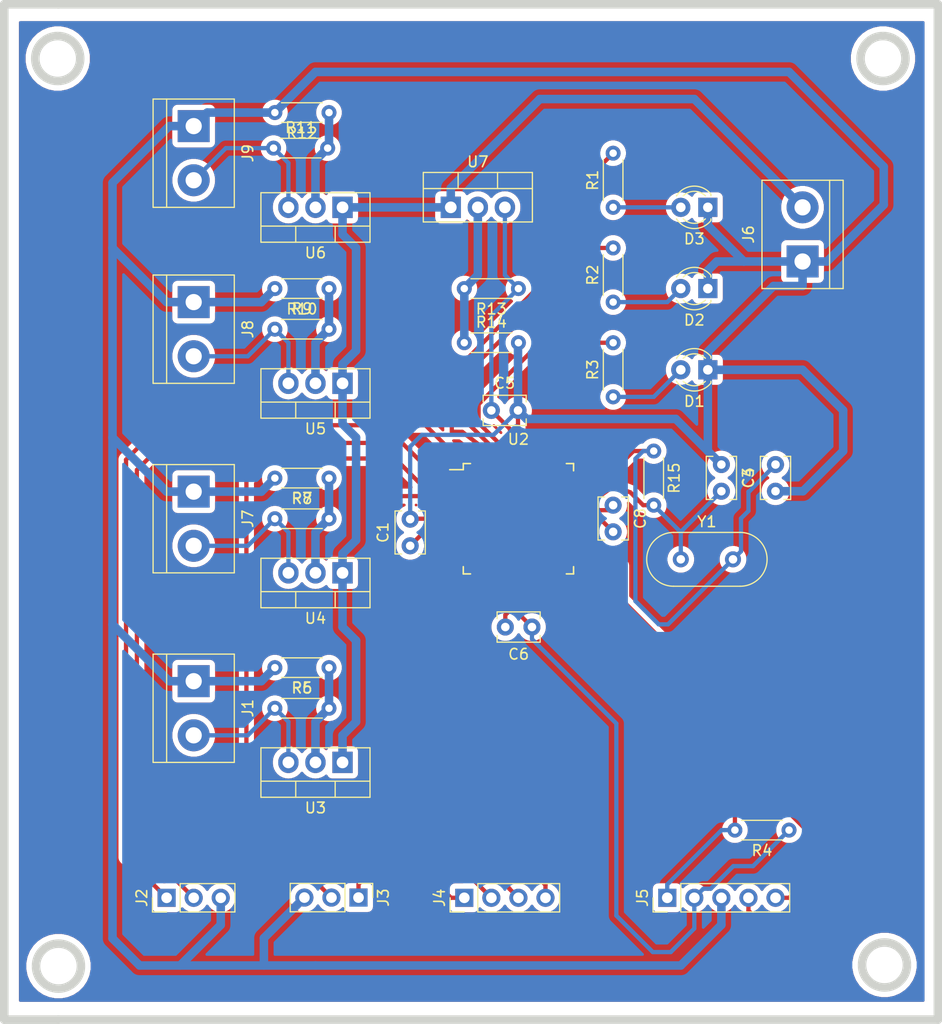
<source format=kicad_pcb>
(kicad_pcb (version 20171130) (host pcbnew "(5.1.5)-3")
  (layers (0 F.Cu signal) (31 B.Cu signal) (34 B.Paste user) (35 F.Paste user) (36 B.SilkS user) (37 F.SilkS user) (38 B.Mask user) (39 F.Mask user) (44 Edge.Cuts user))
  (net 0 "")
  (net 1 "Net-(C3-Pad2)")
  (net 2 GND)
  (net 3 "Net-(C4-Pad2)")
  (net 4 +3V3)
  (net 5 "Net-(D1-Pad2)")
  (net 6 "Net-(D2-Pad2)")
  (net 7 "Net-(D3-Pad2)")
  (net 8 "Net-(J2-Pad2)")
  (net 9 "Net-(J2-Pad1)")
  (net 10 "Net-(J3-Pad1)")
  (net 11 "Net-(J3-Pad2)")
  (net 12 "Net-(J4-Pad1)")
  (net 13 "Net-(J4-Pad2)")
  (net 14 "Net-(J4-Pad3)")
  (net 15 "Net-(J4-Pad4)")
  (net 16 "Net-(J5-Pad1)")
  (net 17 "Net-(J6-Pad2)")
  (net 18 "Net-(R1-Pad2)")
  (net 19 "Net-(R2-Pad2)")
  (net 20 "Net-(R3-Pad2)")
  (net 21 "Net-(R5-Pad2)")
  (net 22 "Net-(R7-Pad2)")
  (net 23 "Net-(R10-Pad1)")
  (net 24 "Net-(R11-Pad2)")
  (net 25 "Net-(R13-Pad2)")
  (net 26 "Net-(U2-Pad1)")
  (net 27 "Net-(U2-Pad8)")
  (net 28 "Net-(U2-Pad10)")
  (net 29 "Net-(U2-Pad12)")
  (net 30 "Net-(U2-Pad14)")
  (net 31 "Net-(U2-Pad19)")
  (net 32 "Net-(U2-Pad20)")
  (net 33 "Net-(U2-Pad21)")
  (net 34 "Net-(U2-Pad22)")
  (net 35 "Net-(U2-Pad25)")
  (net 36 "Net-(U2-Pad26)")
  (net 37 "Net-(U2-Pad27)")
  (net 38 "Net-(U2-Pad32)")
  (net 39 "Net-(U2-Pad33)")
  (net 40 "Net-(U2-Pad34)")
  (net 41 "Net-(U2-Pad35)")
  (net 42 "Net-(U2-Pad36)")
  (net 43 "Net-(U2-Pad37)")
  (net 44 "Net-(U2-Pad38)")
  (net 45 "Net-(U2-Pad44)")
  (net 46 "Net-(C1-Pad1)")
  (net 47 "Net-(J1-Pad2)")
  (net 48 "Net-(J5-Pad4)")
  (net 49 "Net-(J5-Pad5)")
  (net 50 "Net-(J7-Pad2)")
  (net 51 "Net-(J8-Pad2)")
  (net 52 "Net-(J9-Pad2)")
  (module Logo:logoUni (layer F.Cu) (at 116.332 45.466)
    (fp_text reference G*** hide)
    (fp_text value LOGO hide)
  )
  (module Logo:logo2 (layer F.Cu) (at 160.274 48.728)
    (fp_text reference G*** hide)
    (fp_text value LOGO hide)
  )
  (module Capacitor_THT:C_Disc_D3.8mm_W2.6mm_P2.50mm (layer F.Cu) (at 164.846 86.828 90)
    (fp_text reference C3 (at 1.25 -2.55 90) (layer F.SilkS))
    (fp_text value 22pF)
    (pad 1 thru_hole circle (at 0 0 90) (size 1.6 1.6) (drill 0.8) (layers *.Cu *.Mask) (net 2 GND))
    (pad 2 thru_hole circle (at 2.5 0 90) (size 1.6 1.6) (drill 0.8) (layers *.Cu *.Mask) (net 1 "Net-(C3-Pad2)"))
  )
  (module Capacitor_THT:C_Disc_D3.8mm_W2.6mm_P2.50mm (layer F.Cu) (at 159.766 84.328 270)
    (fp_text reference C4 (at 1.25 -2.55 90) (layer F.SilkS))
    (fp_text value 22pF)
    (pad 2 thru_hole circle (at 2.5 0 270) (size 1.6 1.6) (drill 0.8) (layers *.Cu *.Mask) (net 3 "Net-(C4-Pad2)"))
    (pad 1 thru_hole circle (at 0 0 270) (size 1.6 1.6) (drill 0.8) (layers *.Cu *.Mask) (net 2 GND))
  )
  (module Capacitor_THT:C_Disc_D3.8mm_W2.6mm_P2.50mm (layer F.Cu) (at 138.176 79.248)
    (fp_text reference C5 (at 1.25 -2.55) (layer F.SilkS))
    (fp_text value 0.1µF)
    (pad 1 thru_hole circle (at 0 0) (size 1.6 1.6) (drill 0.8) (layers *.Cu *.Mask) (net 4 +3V3))
    (pad 2 thru_hole circle (at 2.5 0) (size 1.6 1.6) (drill 0.8) (layers *.Cu *.Mask) (net 2 GND))
  )
  (module Capacitor_THT:C_Disc_D3.8mm_W2.6mm_P2.50mm (layer F.Cu) (at 141.986 99.568 180)
    (fp_text reference C6 (at 1.25 -2.55) (layer F.SilkS))
    (fp_text value 0.1µF)
    (pad 1 thru_hole circle (at 0 0 180) (size 1.6 1.6) (drill 0.8) (layers *.Cu *.Mask) (net 4 +3V3))
    (pad 2 thru_hole circle (at 2.5 0 180) (size 1.6 1.6) (drill 0.8) (layers *.Cu *.Mask) (net 2 GND))
  )
  (module Capacitor_THT:C_Disc_D3.8mm_W2.6mm_P2.50mm (layer F.Cu) (at 149.606 88.138 270)
    (fp_text reference C8 (at 1.25 -2.55 90) (layer F.SilkS))
    (fp_text value 0.1µF)
    (pad 2 thru_hole circle (at 2.5 0 270) (size 1.6 1.6) (drill 0.8) (layers *.Cu *.Mask) (net 4 +3V3))
    (pad 1 thru_hole circle (at 0 0 270) (size 1.6 1.6) (drill 0.8) (layers *.Cu *.Mask) (net 2 GND))
  )
  (module LED_THT:LED_D3.0mm (layer F.Cu) (at 158.496 75.438 180)
    (fp_text reference D1 (at 1.27 -2.96) (layer F.SilkS))
    (fp_text value LED)
    (pad 1 thru_hole rect (at 0 0 180) (size 1.8 1.8) (drill 0.9) (layers *.Cu *.Mask) (net 2 GND))
    (pad 2 thru_hole circle (at 2.54 0 180) (size 1.8 1.8) (drill 0.9) (layers *.Cu *.Mask) (net 5 "Net-(D1-Pad2)"))
  )
  (module LED_THT:LED_D3.0mm (layer F.Cu) (at 158.496 67.818 180)
    (fp_text reference D2 (at 1.27 -2.96) (layer F.SilkS))
    (fp_text value LED)
    (pad 2 thru_hole circle (at 2.54 0 180) (size 1.8 1.8) (drill 0.9) (layers *.Cu *.Mask) (net 6 "Net-(D2-Pad2)"))
    (pad 1 thru_hole rect (at 0 0 180) (size 1.8 1.8) (drill 0.9) (layers *.Cu *.Mask) (net 2 GND))
  )
  (module LED_THT:LED_D3.0mm (layer F.Cu) (at 158.496 60.198 180)
    (fp_text reference D3 (at 1.27 -2.96) (layer F.SilkS))
    (fp_text value LED)
    (pad 1 thru_hole rect (at 0 0 180) (size 1.8 1.8) (drill 0.9) (layers *.Cu *.Mask) (net 2 GND))
    (pad 2 thru_hole circle (at 2.54 0 180) (size 1.8 1.8) (drill 0.9) (layers *.Cu *.Mask) (net 7 "Net-(D3-Pad2)"))
  )
  (module Connector_PinHeader_2.54mm:PinHeader_1x03_P2.54mm_Vertical (layer F.Cu) (at 107.696 124.968 90)
    (fp_text reference J2 (at 0 -2.33 90) (layer F.SilkS))
    (fp_text value Conn_01x03_UART1)
    (pad 3 thru_hole oval (at 0 5.08 90) (size 1.7 1.7) (drill 1) (layers *.Cu *.Mask) (net 2 GND))
    (pad 2 thru_hole oval (at 0 2.54 90) (size 1.7 1.7) (drill 1) (layers *.Cu *.Mask) (net 8 "Net-(J2-Pad2)"))
    (pad 1 thru_hole rect (at 0 0 90) (size 1.7 1.7) (drill 1) (layers *.Cu *.Mask) (net 9 "Net-(J2-Pad1)"))
  )
  (module Connector_PinHeader_2.54mm:PinHeader_1x03_P2.54mm_Vertical (layer F.Cu) (at 125.706 124.948 270)
    (fp_text reference J3 (at 0 -2.33 90) (layer F.SilkS))
    (fp_text value Conn_01x03_UART2)
    (pad 1 thru_hole rect (at 0 0 270) (size 1.7 1.7) (drill 1) (layers *.Cu *.Mask) (net 10 "Net-(J3-Pad1)"))
    (pad 2 thru_hole oval (at 0 2.54 270) (size 1.7 1.7) (drill 1) (layers *.Cu *.Mask) (net 11 "Net-(J3-Pad2)"))
    (pad 3 thru_hole oval (at 0 5.08 270) (size 1.7 1.7) (drill 1) (layers *.Cu *.Mask) (net 2 GND))
  )
  (module Connector_PinHeader_2.54mm:PinHeader_1x04_P2.54mm_Vertical (layer F.Cu) (at 135.636 124.968 90)
    (fp_text reference J4 (at 0 -2.33 90) (layer F.SilkS))
    (fp_text value Conn_01x04_PWM)
    (pad 1 thru_hole rect (at 0 0 90) (size 1.7 1.7) (drill 1) (layers *.Cu *.Mask) (net 12 "Net-(J4-Pad1)"))
    (pad 2 thru_hole oval (at 0 2.54 90) (size 1.7 1.7) (drill 1) (layers *.Cu *.Mask) (net 13 "Net-(J4-Pad2)"))
    (pad 3 thru_hole oval (at 0 5.08 90) (size 1.7 1.7) (drill 1) (layers *.Cu *.Mask) (net 14 "Net-(J4-Pad3)"))
    (pad 4 thru_hole oval (at 0 7.62 90) (size 1.7 1.7) (drill 1) (layers *.Cu *.Mask) (net 15 "Net-(J4-Pad4)"))
  )
  (module Connector_PinHeader_2.54mm:PinHeader_1x05_P2.54mm_Vertical (layer F.Cu) (at 154.686 124.968 90)
    (fp_text reference J5 (at 0 -2.33 90) (layer F.SilkS))
    (fp_text value Conn_01x05_PROGRAMER)
    (pad 1 thru_hole rect (at 0 0 90) (size 1.7 1.7) (drill 1) (layers *.Cu *.Mask) (net 16 "Net-(J5-Pad1)"))
    (pad 2 thru_hole oval (at 0 2.54 90) (size 1.7 1.7) (drill 1) (layers *.Cu *.Mask) (net 4 +3V3))
    (pad 3 thru_hole oval (at 0 5.08 90) (size 1.7 1.7) (drill 1) (layers *.Cu *.Mask) (net 2 GND))
    (pad 4 thru_hole oval (at 0 7.62 90) (size 1.7 1.7) (drill 1) (layers *.Cu *.Mask) (net 48 "Net-(J5-Pad4)"))
    (pad 5 thru_hole oval (at 0 10.16 90) (size 1.7 1.7) (drill 1) (layers *.Cu *.Mask) (net 49 "Net-(J5-Pad5)"))
  )
  (module TerminalBlock:TerminalBlock_bornier-2_P5.08mm (layer F.Cu) (at 167.386 65.278 90)
    (fp_text reference J6 (at 2.54 -5.08 90) (layer F.SilkS))
    (fp_text value Conn_01x02_POWER)
    (pad 1 thru_hole rect (at 0 0 90) (size 3 3) (drill 1.52) (layers *.Cu *.Mask) (net 2 GND))
    (pad 2 thru_hole circle (at 5.08 0 90) (size 3 3) (drill 1.52) (layers *.Cu *.Mask) (net 17 "Net-(J6-Pad2)"))
  )
  (module Resistor_THT:R_Axial_DIN0204_L3.6mm_D1.6mm_P5.08mm_Horizontal (layer F.Cu) (at 149.606 60.198 90)
    (fp_text reference R1 (at 2.54 -1.92 90) (layer F.SilkS))
    (fp_text value K2)
    (pad 2 thru_hole oval (at 5.08 0 90) (size 1.4 1.4) (drill 0.7) (layers *.Cu *.Mask) (net 18 "Net-(R1-Pad2)"))
    (pad 1 thru_hole circle (at 0 0 90) (size 1.4 1.4) (drill 0.7) (layers *.Cu *.Mask) (net 7 "Net-(D3-Pad2)"))
  )
  (module Resistor_THT:R_Axial_DIN0204_L3.6mm_D1.6mm_P5.08mm_Horizontal (layer F.Cu) (at 149.606 69.088 90)
    (fp_text reference R2 (at 2.54 -1.92 90) (layer F.SilkS))
    (fp_text value K2)
    (pad 1 thru_hole circle (at 0 0 90) (size 1.4 1.4) (drill 0.7) (layers *.Cu *.Mask) (net 6 "Net-(D2-Pad2)"))
    (pad 2 thru_hole oval (at 5.08 0 90) (size 1.4 1.4) (drill 0.7) (layers *.Cu *.Mask) (net 19 "Net-(R2-Pad2)"))
  )
  (module Resistor_THT:R_Axial_DIN0204_L3.6mm_D1.6mm_P5.08mm_Horizontal (layer F.Cu) (at 149.606 77.978 90)
    (fp_text reference R3 (at 2.54 -1.92 90) (layer F.SilkS))
    (fp_text value K2)
    (pad 1 thru_hole circle (at 0 0 90) (size 1.4 1.4) (drill 0.7) (layers *.Cu *.Mask) (net 5 "Net-(D1-Pad2)"))
    (pad 2 thru_hole oval (at 5.08 0 90) (size 1.4 1.4) (drill 0.7) (layers *.Cu *.Mask) (net 20 "Net-(R3-Pad2)"))
  )
  (module Resistor_THT:R_Axial_DIN0204_L3.6mm_D1.6mm_P5.08mm_Horizontal (layer F.Cu) (at 166.116 118.618 180)
    (fp_text reference R4 (at 2.54 -1.92) (layer F.SilkS))
    (fp_text value 5k)
    (pad 2 thru_hole oval (at 5.08 0 180) (size 1.4 1.4) (drill 0.7) (layers *.Cu *.Mask) (net 16 "Net-(J5-Pad1)"))
    (pad 1 thru_hole circle (at 0 0 180) (size 1.4 1.4) (drill 0.7) (layers *.Cu *.Mask) (net 4 +3V3))
  )
  (module Resistor_THT:R_Axial_DIN0204_L3.6mm_D1.6mm_P5.08mm_Horizontal (layer F.Cu) (at 117.856 107.188)
    (fp_text reference R5 (at 2.54 -1.92) (layer F.SilkS))
    (fp_text value 240)
    (pad 1 thru_hole circle (at 0 0) (size 1.4 1.4) (drill 0.7) (layers *.Cu *.Mask) (net 47 "Net-(J1-Pad2)"))
    (pad 2 thru_hole oval (at 5.08 0) (size 1.4 1.4) (drill 0.7) (layers *.Cu *.Mask) (net 21 "Net-(R5-Pad2)"))
  )
  (module Resistor_THT:R_Axial_DIN0204_L3.6mm_D1.6mm_P5.08mm_Horizontal (layer F.Cu) (at 122.936 103.378 180)
    (fp_text reference R6 (at 2.54 -1.92) (layer F.SilkS))
    (fp_text value 910)
    (pad 2 thru_hole oval (at 5.08 0 180) (size 1.4 1.4) (drill 0.7) (layers *.Cu *.Mask) (net 2 GND))
    (pad 1 thru_hole circle (at 0 0 180) (size 1.4 1.4) (drill 0.7) (layers *.Cu *.Mask) (net 21 "Net-(R5-Pad2)"))
  )
  (module Resistor_THT:R_Axial_DIN0204_L3.6mm_D1.6mm_P5.08mm_Horizontal (layer F.Cu) (at 117.856 89.408)
    (fp_text reference R7 (at 2.54 -1.92) (layer F.SilkS))
    (fp_text value 240)
    (pad 1 thru_hole circle (at 0 0) (size 1.4 1.4) (drill 0.7) (layers *.Cu *.Mask) (net 50 "Net-(J7-Pad2)"))
    (pad 2 thru_hole oval (at 5.08 0) (size 1.4 1.4) (drill 0.7) (layers *.Cu *.Mask) (net 22 "Net-(R7-Pad2)"))
  )
  (module Resistor_THT:R_Axial_DIN0204_L3.6mm_D1.6mm_P5.08mm_Horizontal (layer F.Cu) (at 122.936 85.598 180)
    (fp_text reference R8 (at 2.54 -1.92) (layer F.SilkS))
    (fp_text value 910)
    (pad 2 thru_hole oval (at 5.08 0 180) (size 1.4 1.4) (drill 0.7) (layers *.Cu *.Mask) (net 2 GND))
    (pad 1 thru_hole circle (at 0 0 180) (size 1.4 1.4) (drill 0.7) (layers *.Cu *.Mask) (net 22 "Net-(R7-Pad2)"))
  )
  (module Resistor_THT:R_Axial_DIN0204_L3.6mm_D1.6mm_P5.08mm_Horizontal (layer F.Cu) (at 117.856 71.628)
    (fp_text reference R9 (at 2.54 -1.92) (layer F.SilkS))
    (fp_text value 240)
    (pad 1 thru_hole circle (at 0 0) (size 1.4 1.4) (drill 0.7) (layers *.Cu *.Mask) (net 51 "Net-(J8-Pad2)"))
    (pad 2 thru_hole oval (at 5.08 0) (size 1.4 1.4) (drill 0.7) (layers *.Cu *.Mask) (net 23 "Net-(R10-Pad1)"))
  )
  (module Resistor_THT:R_Axial_DIN0204_L3.6mm_D1.6mm_P5.08mm_Horizontal (layer F.Cu) (at 122.936 67.818 180)
    (fp_text reference R10 (at 2.54 -1.92) (layer F.SilkS))
    (fp_text value 910)
    (pad 2 thru_hole oval (at 5.08 0 180) (size 1.4 1.4) (drill 0.7) (layers *.Cu *.Mask) (net 2 GND))
    (pad 1 thru_hole circle (at 0 0 180) (size 1.4 1.4) (drill 0.7) (layers *.Cu *.Mask) (net 23 "Net-(R10-Pad1)"))
  )
  (module Resistor_THT:R_Axial_DIN0204_L3.6mm_D1.6mm_P5.08mm_Horizontal (layer F.Cu) (at 117.731001 54.643001)
    (fp_text reference R11 (at 2.54 -1.92) (layer F.SilkS))
    (fp_text value 240)
    (pad 1 thru_hole circle (at 0 0) (size 1.4 1.4) (drill 0.7) (layers *.Cu *.Mask) (net 52 "Net-(J9-Pad2)"))
    (pad 2 thru_hole oval (at 5.08 0) (size 1.4 1.4) (drill 0.7) (layers *.Cu *.Mask) (net 24 "Net-(R11-Pad2)"))
  )
  (module Resistor_THT:R_Axial_DIN0204_L3.6mm_D1.6mm_P5.08mm_Horizontal (layer F.Cu) (at 122.936 51.308 180)
    (fp_text reference R12 (at 2.54 -1.92) (layer F.SilkS))
    (fp_text value 910)
    (pad 2 thru_hole oval (at 5.08 0 180) (size 1.4 1.4) (drill 0.7) (layers *.Cu *.Mask) (net 2 GND))
    (pad 1 thru_hole circle (at 0 0 180) (size 1.4 1.4) (drill 0.7) (layers *.Cu *.Mask) (net 24 "Net-(R11-Pad2)"))
  )
  (module Resistor_THT:R_Axial_DIN0204_L3.6mm_D1.6mm_P5.08mm_Horizontal (layer F.Cu) (at 140.716 67.818 180)
    (fp_text reference R13 (at 2.54 -1.92) (layer F.SilkS))
    (fp_text value 240)
    (pad 1 thru_hole circle (at 0 0 180) (size 1.4 1.4) (drill 0.7) (layers *.Cu *.Mask) (net 4 +3V3))
    (pad 2 thru_hole oval (at 5.08 0 180) (size 1.4 1.4) (drill 0.7) (layers *.Cu *.Mask) (net 25 "Net-(R13-Pad2)"))
  )
  (module Resistor_THT:R_Axial_DIN0204_L3.6mm_D1.6mm_P5.08mm_Horizontal (layer F.Cu) (at 135.636 72.898)
    (fp_text reference R14 (at 2.54 -1.92) (layer F.SilkS))
    (fp_text value 400)
    (pad 2 thru_hole oval (at 5.08 0) (size 1.4 1.4) (drill 0.7) (layers *.Cu *.Mask) (net 2 GND))
    (pad 1 thru_hole circle (at 0 0) (size 1.4 1.4) (drill 0.7) (layers *.Cu *.Mask) (net 25 "Net-(R13-Pad2)"))
  )
  (module Package_QFP:TQFP-44_10x10mm_P0.8mm (layer F.Cu) (at 140.716 89.408)
    (fp_text reference U2 (at 0 -7.45) (layer F.SilkS))
    (fp_text value DSPIC33EP128GM604)
    (pad 1 smd rect (at -5.7 -4) (size 1.5 0.55) (layers F.Cu F.Paste F.Mask) (net 26 "Net-(U2-Pad1)"))
    (pad 2 smd rect (at -5.7 -3.2) (size 1.5 0.55) (layers F.Cu F.Paste F.Mask) (net 8 "Net-(J2-Pad2)"))
    (pad 3 smd rect (at -5.7 -2.4) (size 1.5 0.55) (layers F.Cu F.Paste F.Mask) (net 9 "Net-(J2-Pad1)"))
    (pad 4 smd rect (at -5.7 -1.6) (size 1.5 0.55) (layers F.Cu F.Paste F.Mask) (net 11 "Net-(J3-Pad2)"))
    (pad 5 smd rect (at -5.7 -0.8) (size 1.5 0.55) (layers F.Cu F.Paste F.Mask) (net 10 "Net-(J3-Pad1)"))
    (pad 6 smd rect (at -5.7 0) (size 1.5 0.55) (layers F.Cu F.Paste F.Mask) (net 2 GND))
    (pad 7 smd rect (at -5.7 0.8) (size 1.5 0.55) (layers F.Cu F.Paste F.Mask) (net 46 "Net-(C1-Pad1)"))
    (pad 8 smd rect (at -5.7 1.6) (size 1.5 0.55) (layers F.Cu F.Paste F.Mask) (net 27 "Net-(U2-Pad8)"))
    (pad 9 smd rect (at -5.7 2.4) (size 1.5 0.55) (layers F.Cu F.Paste F.Mask) (net 12 "Net-(J4-Pad1)"))
    (pad 10 smd rect (at -5.7 3.2) (size 1.5 0.55) (layers F.Cu F.Paste F.Mask) (net 28 "Net-(U2-Pad10)"))
    (pad 11 smd rect (at -5.7 4) (size 1.5 0.55) (layers F.Cu F.Paste F.Mask) (net 13 "Net-(J4-Pad2)"))
    (pad 12 smd rect (at -4 5.7 90) (size 1.5 0.55) (layers F.Cu F.Paste F.Mask) (net 29 "Net-(U2-Pad12)"))
    (pad 13 smd rect (at -3.2 5.7 90) (size 1.5 0.55) (layers F.Cu F.Paste F.Mask) (net 14 "Net-(J4-Pad3)"))
    (pad 14 smd rect (at -2.4 5.7 90) (size 1.5 0.55) (layers F.Cu F.Paste F.Mask) (net 30 "Net-(U2-Pad14)"))
    (pad 15 smd rect (at -1.6 5.7 90) (size 1.5 0.55) (layers F.Cu F.Paste F.Mask) (net 15 "Net-(J4-Pad4)"))
    (pad 16 smd rect (at -0.8 5.7 90) (size 1.5 0.55) (layers F.Cu F.Paste F.Mask) (net 2 GND))
    (pad 17 smd rect (at 0 5.7 90) (size 1.5 0.55) (layers F.Cu F.Paste F.Mask) (net 4 +3V3))
    (pad 18 smd rect (at 0.8 5.7 90) (size 1.5 0.55) (layers F.Cu F.Paste F.Mask) (net 16 "Net-(J5-Pad1)"))
    (pad 19 smd rect (at 1.6 5.7 90) (size 1.5 0.55) (layers F.Cu F.Paste F.Mask) (net 31 "Net-(U2-Pad19)"))
    (pad 20 smd rect (at 2.4 5.7 90) (size 1.5 0.55) (layers F.Cu F.Paste F.Mask) (net 32 "Net-(U2-Pad20)"))
    (pad 21 smd rect (at 3.2 5.7 90) (size 1.5 0.55) (layers F.Cu F.Paste F.Mask) (net 33 "Net-(U2-Pad21)"))
    (pad 22 smd rect (at 4 5.7 90) (size 1.5 0.55) (layers F.Cu F.Paste F.Mask) (net 34 "Net-(U2-Pad22)"))
    (pad 23 smd rect (at 5.7 4) (size 1.5 0.55) (layers F.Cu F.Paste F.Mask) (net 49 "Net-(J5-Pad5)"))
    (pad 24 smd rect (at 5.7 3.2) (size 1.5 0.55) (layers F.Cu F.Paste F.Mask) (net 48 "Net-(J5-Pad4)"))
    (pad 25 smd rect (at 5.7 2.4) (size 1.5 0.55) (layers F.Cu F.Paste F.Mask) (net 35 "Net-(U2-Pad25)"))
    (pad 26 smd rect (at 5.7 1.6) (size 1.5 0.55) (layers F.Cu F.Paste F.Mask) (net 36 "Net-(U2-Pad26)"))
    (pad 27 smd rect (at 5.7 0.8) (size 1.5 0.55) (layers F.Cu F.Paste F.Mask) (net 37 "Net-(U2-Pad27)"))
    (pad 28 smd rect (at 5.7 0) (size 1.5 0.55) (layers F.Cu F.Paste F.Mask) (net 4 +3V3))
    (pad 29 smd rect (at 5.7 -0.8) (size 1.5 0.55) (layers F.Cu F.Paste F.Mask) (net 2 GND))
    (pad 30 smd rect (at 5.7 -1.6) (size 1.5 0.55) (layers F.Cu F.Paste F.Mask) (net 3 "Net-(C4-Pad2)"))
    (pad 31 smd rect (at 5.7 -2.4) (size 1.5 0.55) (layers F.Cu F.Paste F.Mask) (net 1 "Net-(C3-Pad2)"))
    (pad 32 smd rect (at 5.7 -3.2) (size 1.5 0.55) (layers F.Cu F.Paste F.Mask) (net 38 "Net-(U2-Pad32)"))
    (pad 33 smd rect (at 5.7 -4) (size 1.5 0.55) (layers F.Cu F.Paste F.Mask) (net 39 "Net-(U2-Pad33)"))
    (pad 34 smd rect (at 4 -5.7 90) (size 1.5 0.55) (layers F.Cu F.Paste F.Mask) (net 40 "Net-(U2-Pad34)"))
    (pad 35 smd rect (at 3.2 -5.7 90) (size 1.5 0.55) (layers F.Cu F.Paste F.Mask) (net 41 "Net-(U2-Pad35)"))
    (pad 36 smd rect (at 2.4 -5.7 90) (size 1.5 0.55) (layers F.Cu F.Paste F.Mask) (net 42 "Net-(U2-Pad36)"))
    (pad 37 smd rect (at 1.6 -5.7 90) (size 1.5 0.55) (layers F.Cu F.Paste F.Mask) (net 43 "Net-(U2-Pad37)"))
    (pad 38 smd rect (at 0.8 -5.7 90) (size 1.5 0.55) (layers F.Cu F.Paste F.Mask) (net 44 "Net-(U2-Pad38)"))
    (pad 39 smd rect (at 0 -5.7 90) (size 1.5 0.55) (layers F.Cu F.Paste F.Mask) (net 2 GND))
    (pad 40 smd rect (at -0.8 -5.7 90) (size 1.5 0.55) (layers F.Cu F.Paste F.Mask) (net 4 +3V3))
    (pad 41 smd rect (at -1.6 -5.7 90) (size 1.5 0.55) (layers F.Cu F.Paste F.Mask) (net 20 "Net-(R3-Pad2)"))
    (pad 42 smd rect (at -2.4 -5.7 90) (size 1.5 0.55) (layers F.Cu F.Paste F.Mask) (net 19 "Net-(R2-Pad2)"))
    (pad 43 smd rect (at -3.2 -5.7 90) (size 1.5 0.55) (layers F.Cu F.Paste F.Mask) (net 18 "Net-(R1-Pad2)"))
    (pad 44 smd rect (at -4 -5.7 90) (size 1.5 0.55) (layers F.Cu F.Paste F.Mask) (net 45 "Net-(U2-Pad44)"))
  )
  (module Package_TO_SOT_THT:TO-220-3_Vertical (layer F.Cu) (at 124.206 112.268 180)
    (fp_text reference U3 (at 2.54 -4.27) (layer F.SilkS))
    (fp_text value LM317T/SERVO)
    (pad 3 thru_hole oval (at 5.08 0 180) (size 1.905 2) (drill 1.1) (layers *.Cu *.Mask) (net 47 "Net-(J1-Pad2)"))
    (pad 2 thru_hole oval (at 2.54 0 180) (size 1.905 2) (drill 1.1) (layers *.Cu *.Mask) (net 21 "Net-(R5-Pad2)"))
    (pad 1 thru_hole rect (at 0 0 180) (size 1.905 2) (drill 1.1) (layers *.Cu *.Mask) (net 17 "Net-(J6-Pad2)"))
  )
  (module Package_TO_SOT_THT:TO-220-3_Vertical (layer F.Cu) (at 124.206 94.488 180)
    (fp_text reference U4 (at 2.54 -4.27) (layer F.SilkS))
    (fp_text value LM317T/SERVO)
    (pad 1 thru_hole rect (at 0 0 180) (size 1.905 2) (drill 1.1) (layers *.Cu *.Mask) (net 17 "Net-(J6-Pad2)"))
    (pad 2 thru_hole oval (at 2.54 0 180) (size 1.905 2) (drill 1.1) (layers *.Cu *.Mask) (net 22 "Net-(R7-Pad2)"))
    (pad 3 thru_hole oval (at 5.08 0 180) (size 1.905 2) (drill 1.1) (layers *.Cu *.Mask) (net 50 "Net-(J7-Pad2)"))
  )
  (module Package_TO_SOT_THT:TO-220-3_Vertical (layer F.Cu) (at 124.206 76.708 180)
    (fp_text reference U5 (at 2.54 -4.27) (layer F.SilkS))
    (fp_text value LM317T/SERVO)
    (pad 3 thru_hole oval (at 5.08 0 180) (size 1.905 2) (drill 1.1) (layers *.Cu *.Mask) (net 51 "Net-(J8-Pad2)"))
    (pad 2 thru_hole oval (at 2.54 0 180) (size 1.905 2) (drill 1.1) (layers *.Cu *.Mask) (net 23 "Net-(R10-Pad1)"))
    (pad 1 thru_hole rect (at 0 0 180) (size 1.905 2) (drill 1.1) (layers *.Cu *.Mask) (net 17 "Net-(J6-Pad2)"))
  )
  (module Package_TO_SOT_THT:TO-220-3_Vertical (layer F.Cu) (at 124.206 60.198 180)
    (fp_text reference U6 (at 2.54 -4.27) (layer F.SilkS))
    (fp_text value LM317T/SERVO)
    (pad 1 thru_hole rect (at 0 0 180) (size 1.905 2) (drill 1.1) (layers *.Cu *.Mask) (net 17 "Net-(J6-Pad2)"))
    (pad 2 thru_hole oval (at 2.54 0 180) (size 1.905 2) (drill 1.1) (layers *.Cu *.Mask) (net 24 "Net-(R11-Pad2)"))
    (pad 3 thru_hole oval (at 5.08 0 180) (size 1.905 2) (drill 1.1) (layers *.Cu *.Mask) (net 52 "Net-(J9-Pad2)"))
  )
  (module Package_TO_SOT_THT:TO-220-3_Vertical (layer F.Cu) (at 134.366 60.198)
    (fp_text reference U7 (at 2.54 -4.27) (layer F.SilkS))
    (fp_text value LM317T/DSPIC)
    (pad 1 thru_hole rect (at 0 0) (size 1.905 2) (drill 1.1) (layers *.Cu *.Mask) (net 17 "Net-(J6-Pad2)"))
    (pad 2 thru_hole oval (at 2.54 0) (size 1.905 2) (drill 1.1) (layers *.Cu *.Mask) (net 25 "Net-(R13-Pad2)"))
    (pad 3 thru_hole oval (at 5.08 0) (size 1.905 2) (drill 1.1) (layers *.Cu *.Mask) (net 4 +3V3))
  )
  (module Crystal:Crystal_HC18-U_Vertical (layer F.Cu) (at 155.956 93.218)
    (fp_text reference Y1 (at 2.45 -3.525) (layer F.SilkS))
    (fp_text value 7.3728Mhz)
    (pad 1 thru_hole circle (at 0 0) (size 1.5 1.5) (drill 0.8) (layers *.Cu *.Mask) (net 3 "Net-(C4-Pad2)"))
    (pad 2 thru_hole circle (at 4.9 0) (size 1.5 1.5) (drill 0.8) (layers *.Cu *.Mask) (net 1 "Net-(C3-Pad2)"))
  )
  (module Capacitor_THT:C_Disc_D3.8mm_W2.6mm_P2.50mm (layer F.Cu) (at 130.556 91.948 90)
    (fp_text reference C1 (at 1.25 -2.55 90) (layer F.SilkS))
    (fp_text value "Tantalo 10uF")
    (pad 1 thru_hole circle (at 0 0 90) (size 1.6 1.6) (drill 0.8) (layers *.Cu *.Mask) (net 46 "Net-(C1-Pad1)"))
    (pad 2 thru_hole circle (at 2.5 0 90) (size 1.6 1.6) (drill 0.8) (layers *.Cu *.Mask) (net 2 GND))
  )
  (module TerminalBlock:TerminalBlock_bornier-2_P5.08mm (layer F.Cu) (at 110.236 104.648 270)
    (fp_text reference J1 (at 2.54 -5.08 90) (layer F.SilkS))
    (fp_text value Conn_01x02_Servo1)
    (pad 1 thru_hole rect (at 0 0 270) (size 3 3) (drill 1.52) (layers *.Cu *.Mask) (net 2 GND))
    (pad 2 thru_hole circle (at 5.08 0 270) (size 3 3) (drill 1.52) (layers *.Cu *.Mask) (net 47 "Net-(J1-Pad2)"))
  )
  (module TerminalBlock:TerminalBlock_bornier-2_P5.08mm (layer F.Cu) (at 110.236 86.868 270)
    (fp_text reference J7 (at 2.54 -5.08 90) (layer F.SilkS))
    (fp_text value Conn_01x02_Servo2)
    (pad 2 thru_hole circle (at 5.08 0 270) (size 3 3) (drill 1.52) (layers *.Cu *.Mask) (net 50 "Net-(J7-Pad2)"))
    (pad 1 thru_hole rect (at 0 0 270) (size 3 3) (drill 1.52) (layers *.Cu *.Mask) (net 2 GND))
  )
  (module TerminalBlock:TerminalBlock_bornier-2_P5.08mm (layer F.Cu) (at 110.236 69.088 270)
    (fp_text reference J8 (at 2.54 -5.08 90) (layer F.SilkS))
    (fp_text value Conn_01x02_Servo3)
    (pad 1 thru_hole rect (at 0 0 270) (size 3 3) (drill 1.52) (layers *.Cu *.Mask) (net 2 GND))
    (pad 2 thru_hole circle (at 5.08 0 270) (size 3 3) (drill 1.52) (layers *.Cu *.Mask) (net 51 "Net-(J8-Pad2)"))
  )
  (module TerminalBlock:TerminalBlock_bornier-2_P5.08mm (layer F.Cu) (at 110.236 52.578 270)
    (fp_text reference J9 (at 2.54 -5.08 90) (layer F.SilkS))
    (fp_text value Conn_01x02_Servo4)
    (pad 2 thru_hole circle (at 5.08 0 270) (size 3 3) (drill 1.52) (layers *.Cu *.Mask) (net 52 "Net-(J9-Pad2)"))
    (pad 1 thru_hole rect (at 0 0 270) (size 3 3) (drill 1.52) (layers *.Cu *.Mask) (net 2 GND))
  )
  (module Resistor_THT:R_Axial_DIN0204_L3.6mm_D1.6mm_P5.08mm_Horizontal (layer F.Cu) (at 153.416 83.058 270)
    (fp_text reference R15 (at 2.54 -1.92 90) (layer F.SilkS))
    (fp_text value 1M)
    (pad 2 thru_hole oval (at 5.08 0 270) (size 1.4 1.4) (drill 0.7) (layers *.Cu *.Mask) (net 3 "Net-(C4-Pad2)"))
    (pad 1 thru_hole circle (at 0 0 270) (size 1.4 1.4) (drill 0.7) (layers *.Cu *.Mask) (net 1 "Net-(C3-Pad2)"))
  )
  (gr_circle (center 97.545502 131.378) (end 99.655004 131.378) (layer Edge.Cuts) (width 0.8))
  (gr_circle (center 97.476 46.237502) (end 99.585502 46.237502) (layer Edge.Cuts) (width 0.8))
  (gr_circle (center 175.076 131.268) (end 177.185502 131.268) (layer Edge.Cuts) (width 0.8))
  (gr_circle (center 174.936 46.237502) (end 177.045502 46.237502) (layer Edge.Cuts) (width 0.8))
  (gr_line (start 92.456 41.148) (end 97.536 41.148) (layer Edge.Cuts) (width 0.8))
  (gr_line (start 92.456 136.398) (end 92.456 41.148) (layer Edge.Cuts) (width 0.8))
  (gr_line (start 97.536 136.398) (end 92.456 136.398) (layer Edge.Cuts) (width 0.8))
  (gr_line (start 180.086 41.148) (end 97.536 41.148) (layer Edge.Cuts) (width 0.8))
  (gr_line (start 180.086 136.398) (end 180.086 41.148) (layer Edge.Cuts) (width 0.8))
  (gr_line (start 97.536 136.398) (end 180.086 136.398) (layer Edge.Cuts) (width 0.8))
  (segment (start 152.426051 83.058) (end 153.416 83.058) (width 0.4) (layer F.Cu) (net 1))
  (segment (start 151.516 83.058) (end 152.426051 83.058) (width 0.4) (layer F.Cu) (net 1))
  (segment (start 147.566 87.008) (end 151.516 83.058) (width 0.4) (layer F.Cu) (net 1))
  (segment (start 146.416 87.008) (end 147.566 87.008) (width 0.4) (layer F.Cu) (net 1))
  (segment (start 161.605999 92.468001) (end 161.605999 89.378001) (width 0.4) (layer B.Cu) (net 1))
  (segment (start 160.856 93.218) (end 161.605999 92.468001) (width 0.4) (layer B.Cu) (net 1))
  (segment (start 161.605999 89.378001) (end 162.306 88.678) (width 0.4) (layer B.Cu) (net 1))
  (segment (start 162.306 88.678) (end 162.306 86.868) (width 0.4) (layer B.Cu) (net 1))
  (segment (start 162.436 86.798) (end 164.846 84.328) (width 0.4) (layer B.Cu) (net 1))
  (segment (start 162.306 86.868) (end 162.436 86.798) (width 0.4) (layer B.Cu) (net 1))
  (segment (start 152.426051 83.058) (end 151.696 83.788051) (width 0.4) (layer B.Cu) (net 1))
  (segment (start 153.416 83.058) (end 152.426051 83.058) (width 0.4) (layer B.Cu) (net 1))
  (segment (start 151.696 83.788051) (end 151.696 97.128) (width 0.4) (layer B.Cu) (net 1))
  (segment (start 151.696 97.128) (end 153.886 99.318) (width 0.4) (layer B.Cu) (net 1))
  (segment (start 153.886 99.318) (end 154.756 99.318) (width 0.4) (layer B.Cu) (net 1))
  (segment (start 154.756 99.318) (end 160.856 93.218) (width 0.4) (layer B.Cu) (net 1))
  (segment (start 158.496 61.898) (end 158.496 60.198) (width 0.8) (layer B.Cu) (net 2))
  (segment (start 161.876 65.278) (end 158.496 61.898) (width 0.8) (layer B.Cu) (net 2))
  (segment (start 167.386 65.278) (end 161.876 65.278) (width 0.8) (layer B.Cu) (net 2))
  (segment (start 158.496 66.118) (end 158.496 67.818) (width 0.8) (layer B.Cu) (net 2))
  (segment (start 159.336 65.278) (end 158.496 66.118) (width 0.8) (layer B.Cu) (net 2))
  (segment (start 161.876 65.278) (end 159.336 65.278) (width 0.8) (layer B.Cu) (net 2))
  (segment (start 167.386 65.278) (end 167.386 67.578) (width 0.8) (layer B.Cu) (net 2))
  (segment (start 158.496 73.738) (end 158.496 75.438) (width 0.8) (layer B.Cu) (net 2))
  (segment (start 164.656 67.578) (end 158.496 73.738) (width 0.8) (layer B.Cu) (net 2))
  (segment (start 167.386 67.578) (end 164.656 67.578) (width 0.8) (layer B.Cu) (net 2))
  (segment (start 111.506 51.308) (end 110.236 52.578) (width 0.8) (layer B.Cu) (net 2))
  (segment (start 107.936 104.648) (end 110.236 104.648) (width 0.8) (layer B.Cu) (net 2))
  (segment (start 102.616 99.328) (end 107.936 104.648) (width 0.8) (layer B.Cu) (net 2))
  (segment (start 107.936 52.578) (end 102.616 57.898) (width 0.8) (layer B.Cu) (net 2))
  (segment (start 110.236 52.578) (end 107.936 52.578) (width 0.8) (layer B.Cu) (net 2))
  (segment (start 107.696 86.868) (end 110.236 86.868) (width 0.8) (layer B.Cu) (net 2))
  (segment (start 102.616 81.788) (end 107.696 86.868) (width 0.8) (layer B.Cu) (net 2))
  (segment (start 102.616 81.788) (end 102.616 99.328) (width 0.8) (layer B.Cu) (net 2))
  (segment (start 102.616 64.008) (end 107.696 69.088) (width 0.8) (layer B.Cu) (net 2))
  (segment (start 107.696 69.088) (end 110.236 69.088) (width 0.8) (layer B.Cu) (net 2))
  (segment (start 102.616 64.008) (end 102.616 81.788) (width 0.8) (layer B.Cu) (net 2))
  (segment (start 102.616 57.898) (end 102.616 64.008) (width 0.8) (layer B.Cu) (net 2))
  (segment (start 115.316 51.308) (end 114.046 51.308) (width 0.8) (layer B.Cu) (net 2))
  (segment (start 115.316 51.308) (end 111.506 51.308) (width 0.8) (layer B.Cu) (net 2))
  (segment (start 117.856 51.308) (end 115.316 51.308) (width 0.8) (layer B.Cu) (net 2))
  (segment (start 116.586 69.088) (end 117.856 67.818) (width 0.8) (layer B.Cu) (net 2))
  (segment (start 110.236 69.088) (end 116.586 69.088) (width 0.8) (layer B.Cu) (net 2))
  (segment (start 116.586 86.868) (end 117.856 85.598) (width 0.8) (layer B.Cu) (net 2))
  (segment (start 110.236 86.868) (end 116.586 86.868) (width 0.8) (layer B.Cu) (net 2))
  (segment (start 116.586 104.648) (end 117.856 103.378) (width 0.8) (layer B.Cu) (net 2))
  (segment (start 110.236 104.648) (end 116.586 104.648) (width 0.8) (layer B.Cu) (net 2))
  (segment (start 112.776 127.508) (end 112.776 124.968) (width 0.8) (layer B.Cu) (net 2))
  (segment (start 108.966 131.318) (end 112.776 127.508) (width 0.8) (layer B.Cu) (net 2))
  (segment (start 105.156 131.318) (end 108.966 131.318) (width 0.8) (layer B.Cu) (net 2))
  (segment (start 102.616 99.328) (end 102.616 128.778) (width 0.8) (layer B.Cu) (net 2))
  (segment (start 102.616 128.778) (end 105.156 131.318) (width 0.8) (layer B.Cu) (net 2))
  (segment (start 121.666 131.318) (end 155.956 131.318) (width 0.8) (layer B.Cu) (net 2))
  (segment (start 159.766 127.508) (end 159.766 124.968) (width 0.8) (layer B.Cu) (net 2))
  (segment (start 155.956 131.318) (end 159.766 127.508) (width 0.8) (layer B.Cu) (net 2))
  (segment (start 158.496 83.058) (end 159.766 84.328) (width 0.8) (layer B.Cu) (net 2))
  (segment (start 158.496 75.438) (end 158.496 83.058) (width 0.8) (layer B.Cu) (net 2))
  (segment (start 167.426 86.828) (end 164.846 86.828) (width 0.8) (layer B.Cu) (net 2))
  (segment (start 171.196 83.058) (end 167.426 86.828) (width 0.8) (layer B.Cu) (net 2))
  (segment (start 171.196 79.248) (end 171.196 83.058) (width 0.8) (layer B.Cu) (net 2))
  (segment (start 158.496 75.438) (end 167.386 75.438) (width 0.8) (layer B.Cu) (net 2))
  (segment (start 167.386 75.438) (end 171.196 79.248) (width 0.8) (layer B.Cu) (net 2))
  (segment (start 140.676 72.938) (end 140.716 72.898) (width 0.8) (layer B.Cu) (net 2))
  (segment (start 140.676 79.248) (end 140.676 72.938) (width 0.8) (layer B.Cu) (net 2))
  (segment (start 155.485999 80.047999) (end 158.496 83.058) (width 0.8) (layer B.Cu) (net 2))
  (segment (start 141.475999 80.047999) (end 155.485999 80.047999) (width 0.8) (layer B.Cu) (net 2))
  (segment (start 140.676 79.248) (end 141.475999 80.047999) (width 0.8) (layer B.Cu) (net 2))
  (segment (start 140.676 83.668) (end 140.716 83.708) (width 0.4) (layer F.Cu) (net 2))
  (segment (start 140.676 79.248) (end 140.676 83.668) (width 0.4) (layer F.Cu) (net 2))
  (segment (start 149.136 88.608) (end 146.416 88.608) (width 0.4) (layer F.Cu) (net 2))
  (segment (start 149.606 88.138) (end 149.136 88.608) (width 0.4) (layer F.Cu) (net 2))
  (segment (start 130.596 89.408) (end 130.556 89.448) (width 0.4) (layer F.Cu) (net 2))
  (segment (start 135.016 89.408) (end 130.596 89.408) (width 0.4) (layer F.Cu) (net 2))
  (segment (start 145.266 88.608) (end 146.416 88.608) (width 0.4) (layer F.Cu) (net 2))
  (segment (start 140.716 84.653002) (end 144.670998 88.608) (width 0.4) (layer F.Cu) (net 2))
  (segment (start 144.670998 88.608) (end 145.266 88.608) (width 0.4) (layer F.Cu) (net 2))
  (segment (start 140.716 83.708) (end 140.716 84.653002) (width 0.4) (layer F.Cu) (net 2))
  (segment (start 139.916 93.958) (end 139.916 95.108) (width 0.4) (layer F.Cu) (net 2))
  (segment (start 139.916 93.158) (end 139.916 93.958) (width 0.4) (layer F.Cu) (net 2))
  (segment (start 136.166 89.408) (end 139.916 93.158) (width 0.4) (layer F.Cu) (net 2))
  (segment (start 135.016 89.408) (end 136.166 89.408) (width 0.4) (layer F.Cu) (net 2))
  (segment (start 130.556 89.448) (end 130.556 82.638) (width 0.4) (layer B.Cu) (net 2))
  (segment (start 130.556 82.638) (end 131.656 81.538) (width 0.4) (layer B.Cu) (net 2))
  (segment (start 138.386 81.538) (end 140.676 79.248) (width 0.4) (layer B.Cu) (net 2))
  (segment (start 131.656 81.538) (end 138.386 81.538) (width 0.4) (layer B.Cu) (net 2))
  (segment (start 139.916 96.258) (end 139.916 95.108) (width 0.4) (layer F.Cu) (net 2))
  (segment (start 139.916 98.00663) (end 139.916 96.258) (width 0.4) (layer F.Cu) (net 2))
  (segment (start 139.486 98.43663) (end 139.916 98.00663) (width 0.4) (layer F.Cu) (net 2))
  (segment (start 139.486 99.568) (end 139.486 98.43663) (width 0.4) (layer F.Cu) (net 2))
  (segment (start 116.826 131.318) (end 116.826 128.748) (width 0.8) (layer B.Cu) (net 2))
  (segment (start 116.826 131.318) (end 121.666 131.318) (width 0.8) (layer B.Cu) (net 2))
  (segment (start 116.826 128.748) (end 120.626 124.948) (width 0.8) (layer B.Cu) (net 2))
  (segment (start 108.966 131.318) (end 116.826 131.318) (width 0.8) (layer B.Cu) (net 2))
  (segment (start 121.666 47.498) (end 117.856 51.308) (width 0.8) (layer B.Cu) (net 2))
  (segment (start 169.686 65.278) (end 175.006 59.958) (width 0.8) (layer B.Cu) (net 2))
  (segment (start 167.386 65.278) (end 169.686 65.278) (width 0.8) (layer B.Cu) (net 2))
  (segment (start 175.006 59.958) (end 175.006 56.388) (width 0.8) (layer B.Cu) (net 2))
  (segment (start 175.006 56.388) (end 166.116 47.498) (width 0.8) (layer B.Cu) (net 2))
  (segment (start 166.116 47.498) (end 121.666 47.498) (width 0.8) (layer B.Cu) (net 2))
  (segment (start 155.956 90.678) (end 155.956 93.218) (width 0.4) (layer B.Cu) (net 3))
  (segment (start 153.416 88.138) (end 155.956 90.678) (width 0.4) (layer B.Cu) (net 3))
  (segment (start 155.956 90.638) (end 155.956 90.678) (width 0.4) (layer B.Cu) (net 3))
  (segment (start 159.766 86.828) (end 155.956 90.638) (width 0.4) (layer B.Cu) (net 3))
  (segment (start 147.566 87.808) (end 146.416 87.808) (width 0.4) (layer F.Cu) (net 3))
  (segment (start 152.426051 88.138) (end 151.22605 86.937999) (width 0.4) (layer F.Cu) (net 3))
  (segment (start 153.416 88.138) (end 152.426051 88.138) (width 0.4) (layer F.Cu) (net 3))
  (segment (start 151.22605 86.937999) (end 149.686 86.338) (width 0.4) (layer F.Cu) (net 3))
  (segment (start 149.686 86.338) (end 147.614542 87.808) (width 0.4) (layer F.Cu) (net 3))
  (segment (start 147.614542 87.808) (end 147.566 87.808) (width 0.4) (layer F.Cu) (net 3))
  (segment (start 139.446 66.548) (end 140.716 67.818) (width 0.4) (layer B.Cu) (net 4))
  (segment (start 139.446 60.198) (end 139.446 66.548) (width 0.4) (layer B.Cu) (net 4))
  (segment (start 138.176 70.358) (end 138.176 79.248) (width 0.4) (layer B.Cu) (net 4))
  (segment (start 140.716 67.818) (end 138.176 70.358) (width 0.4) (layer B.Cu) (net 4))
  (segment (start 139.916 80.988) (end 139.916 83.708) (width 0.4) (layer F.Cu) (net 4))
  (segment (start 138.176 79.248) (end 139.916 80.988) (width 0.4) (layer F.Cu) (net 4))
  (segment (start 148.376 89.408) (end 146.416 89.408) (width 0.4) (layer F.Cu) (net 4))
  (segment (start 149.606 90.638) (end 148.376 89.408) (width 0.4) (layer F.Cu) (net 4))
  (segment (start 144.466 89.408) (end 145.266 89.408) (width 0.4) (layer F.Cu) (net 4))
  (segment (start 145.266 89.408) (end 146.416 89.408) (width 0.4) (layer F.Cu) (net 4))
  (segment (start 139.916 84.858) (end 144.466 89.408) (width 0.4) (layer F.Cu) (net 4))
  (segment (start 139.916 83.708) (end 139.916 84.858) (width 0.4) (layer F.Cu) (net 4))
  (segment (start 144.466 90.208) (end 144.466 89.408) (width 0.4) (layer F.Cu) (net 4))
  (segment (start 140.716 93.958) (end 144.466 90.208) (width 0.4) (layer F.Cu) (net 4))
  (segment (start 140.716 95.108) (end 140.716 93.958) (width 0.4) (layer F.Cu) (net 4))
  (segment (start 140.716 98.298) (end 140.716 95.108) (width 0.4) (layer F.Cu) (net 4))
  (segment (start 141.986 99.568) (end 140.716 98.298) (width 0.4) (layer F.Cu) (net 4))
  (segment (start 157.226 127.848) (end 157.226 124.968) (width 0.4) (layer B.Cu) (net 4))
  (segment (start 155.016 130.058) (end 157.226 127.848) (width 0.4) (layer B.Cu) (net 4))
  (segment (start 141.986 100.69937) (end 149.906 108.61937) (width 0.4) (layer B.Cu) (net 4))
  (segment (start 141.986 99.568) (end 141.986 100.69937) (width 0.4) (layer B.Cu) (net 4))
  (segment (start 149.906 126.638) (end 153.326 130.058) (width 0.4) (layer B.Cu) (net 4))
  (segment (start 149.906 108.61937) (end 149.906 126.638) (width 0.4) (layer B.Cu) (net 4))
  (segment (start 153.326 130.058) (end 155.016 130.058) (width 0.4) (layer B.Cu) (net 4))
  (segment (start 157.226 124.968) (end 158.075999 124.118001) (width 0.4) (layer B.Cu) (net 4))
  (segment (start 158.765997 124.118001) (end 160.885998 121.998) (width 0.4) (layer B.Cu) (net 4))
  (segment (start 158.075999 124.118001) (end 158.765997 124.118001) (width 0.4) (layer B.Cu) (net 4))
  (segment (start 162.736 121.998) (end 166.116 118.618) (width 0.4) (layer B.Cu) (net 4))
  (segment (start 160.885998 121.998) (end 162.736 121.998) (width 0.4) (layer B.Cu) (net 4))
  (segment (start 153.416 77.978) (end 155.956 75.438) (width 0.4) (layer B.Cu) (net 5))
  (segment (start 149.606 77.978) (end 153.416 77.978) (width 0.4) (layer B.Cu) (net 5))
  (segment (start 154.686 69.088) (end 155.956 67.818) (width 0.4) (layer B.Cu) (net 6))
  (segment (start 149.606 69.088) (end 154.686 69.088) (width 0.4) (layer B.Cu) (net 6))
  (segment (start 149.606 60.198) (end 155.956 60.198) (width 0.4) (layer B.Cu) (net 7))
  (segment (start 133.706 86.208) (end 135.016 86.208) (width 0.4) (layer F.Cu) (net 8))
  (segment (start 104.902 119.634) (end 104.902 84.832) (width 0.4) (layer F.Cu) (net 8))
  (segment (start 110.236 124.968) (end 104.902 119.634) (width 0.4) (layer F.Cu) (net 8))
  (segment (start 107.436 82.298) (end 129.796 82.298) (width 0.4) (layer F.Cu) (net 8))
  (segment (start 104.902 84.832) (end 107.436 82.298) (width 0.4) (layer F.Cu) (net 8))
  (segment (start 129.796 82.298) (end 133.706 86.208) (width 0.4) (layer F.Cu) (net 8))
  (segment (start 136.166 87.008) (end 135.016 87.008) (width 0.4) (layer F.Cu) (net 9))
  (segment (start 136.656 86.518) (end 136.166 87.008) (width 0.4) (layer F.Cu) (net 9))
  (segment (start 136.656 85.302999) (end 136.656 86.518) (width 0.4) (layer F.Cu) (net 9))
  (segment (start 103.886 121.158) (end 103.886 83.868) (width 0.4) (layer F.Cu) (net 9))
  (segment (start 107.696 124.968) (end 103.886 121.158) (width 0.4) (layer F.Cu) (net 9))
  (segment (start 107.116 80.638) (end 131.991001 80.638) (width 0.4) (layer F.Cu) (net 9))
  (segment (start 103.886 83.868) (end 107.116 80.638) (width 0.4) (layer F.Cu) (net 9))
  (segment (start 131.991001 80.638) (end 136.656 85.302999) (width 0.4) (layer F.Cu) (net 9))
  (segment (start 125.706 123.698) (end 128.016 121.388) (width 0.4) (layer F.Cu) (net 10))
  (segment (start 125.706 124.948) (end 125.706 123.698) (width 0.4) (layer F.Cu) (net 10))
  (segment (start 128.016 121.388) (end 128.016 88.468) (width 0.4) (layer F.Cu) (net 10))
  (segment (start 128.016 88.468) (end 129.196 87.288) (width 0.4) (layer F.Cu) (net 10))
  (segment (start 129.196 87.288) (end 131.456 87.288) (width 0.4) (layer F.Cu) (net 10))
  (segment (start 132.776 88.608) (end 135.016 88.608) (width 0.4) (layer F.Cu) (net 10))
  (segment (start 131.456 87.288) (end 132.776 88.608) (width 0.4) (layer F.Cu) (net 10))
  (segment (start 122.316001 124.098001) (end 122.316001 124.088001) (width 0.4) (layer F.Cu) (net 11))
  (segment (start 123.166 124.948) (end 122.316001 124.098001) (width 0.4) (layer F.Cu) (net 11))
  (segment (start 122.316001 124.088001) (end 115.186 116.958) (width 0.4) (layer F.Cu) (net 11))
  (segment (start 115.186 116.958) (end 115.186 85.738) (width 0.4) (layer F.Cu) (net 11))
  (segment (start 115.186 85.738) (end 117.166 83.758) (width 0.4) (layer F.Cu) (net 11))
  (segment (start 133.187458 87.808) (end 133.866 87.808) (width 0.4) (layer F.Cu) (net 11))
  (segment (start 129.137458 83.758) (end 133.187458 87.808) (width 0.4) (layer F.Cu) (net 11))
  (segment (start 133.866 87.808) (end 135.016 87.808) (width 0.4) (layer F.Cu) (net 11))
  (segment (start 117.166 83.758) (end 129.137458 83.758) (width 0.4) (layer F.Cu) (net 11))
  (segment (start 134.386 124.968) (end 130.086 120.668) (width 0.4) (layer F.Cu) (net 12))
  (segment (start 135.636 124.968) (end 134.386 124.968) (width 0.4) (layer F.Cu) (net 12))
  (segment (start 130.086 96.058) (end 132.756 93.388) (width 0.4) (layer F.Cu) (net 12))
  (segment (start 130.086 120.668) (end 130.086 96.058) (width 0.4) (layer F.Cu) (net 12))
  (segment (start 132.756 92.918) (end 133.866 91.808) (width 0.4) (layer F.Cu) (net 12))
  (segment (start 133.866 91.808) (end 135.016 91.808) (width 0.4) (layer F.Cu) (net 12))
  (segment (start 132.756 93.388) (end 132.756 92.918) (width 0.4) (layer F.Cu) (net 12))
  (segment (start 134.996 93.408) (end 135.016 93.408) (width 0.4) (layer F.Cu) (net 13))
  (segment (start 132.126 96.278) (end 134.996 93.408) (width 0.4) (layer F.Cu) (net 13))
  (segment (start 138.176 124.968) (end 132.126 118.918) (width 0.4) (layer F.Cu) (net 13))
  (segment (start 132.126 118.918) (end 132.126 96.278) (width 0.4) (layer F.Cu) (net 13))
  (segment (start 139.866001 124.118001) (end 139.866001 124.088001) (width 0.4) (layer F.Cu) (net 14))
  (segment (start 140.716 124.968) (end 139.866001 124.118001) (width 0.4) (layer F.Cu) (net 14))
  (segment (start 139.866001 124.088001) (end 134.296 118.518) (width 0.4) (layer F.Cu) (net 14))
  (segment (start 134.296 118.518) (end 134.296 100.038) (width 0.4) (layer F.Cu) (net 14))
  (segment (start 137.516 96.258) (end 137.516 95.108) (width 0.4) (layer F.Cu) (net 14))
  (segment (start 137.516 96.818) (end 137.516 96.258) (width 0.4) (layer F.Cu) (net 14))
  (segment (start 134.296 100.038) (end 137.516 96.818) (width 0.4) (layer F.Cu) (net 14))
  (segment (start 143.256 123.765919) (end 136.816 117.325919) (width 0.4) (layer F.Cu) (net 15))
  (segment (start 143.256 124.968) (end 143.256 123.765919) (width 0.4) (layer F.Cu) (net 15))
  (segment (start 136.816 117.325919) (end 136.816 98.678) (width 0.4) (layer F.Cu) (net 15))
  (segment (start 139.116 96.378) (end 139.116 95.108) (width 0.4) (layer F.Cu) (net 15))
  (segment (start 136.816 98.678) (end 139.116 96.378) (width 0.4) (layer F.Cu) (net 15))
  (segment (start 159.786 118.618) (end 160.046051 118.618) (width 0.4) (layer B.Cu) (net 16))
  (segment (start 154.686 123.718) (end 159.786 118.618) (width 0.4) (layer B.Cu) (net 16))
  (segment (start 160.046051 118.618) (end 161.036 118.618) (width 0.4) (layer B.Cu) (net 16))
  (segment (start 154.686 124.968) (end 154.686 123.718) (width 0.4) (layer B.Cu) (net 16))
  (segment (start 141.516 96.053002) (end 141.516 95.108) (width 0.4) (layer F.Cu) (net 16))
  (segment (start 161.036 115.573002) (end 141.516 96.053002) (width 0.4) (layer F.Cu) (net 16))
  (segment (start 161.036 118.618) (end 161.036 115.573002) (width 0.4) (layer F.Cu) (net 16))
  (segment (start 167.386 60.198) (end 157.226 50.038) (width 0.8) (layer B.Cu) (net 17))
  (segment (start 134.366 58.398) (end 134.366 60.198) (width 0.8) (layer B.Cu) (net 17))
  (segment (start 142.726 50.038) (end 134.366 58.398) (width 0.8) (layer B.Cu) (net 17))
  (segment (start 157.226 50.038) (end 142.726 50.038) (width 0.8) (layer B.Cu) (net 17))
  (segment (start 134.366 60.198) (end 124.206 60.198) (width 0.8) (layer B.Cu) (net 17))
  (segment (start 124.206 60.198) (end 124.206 62.738) (width 0.8) (layer B.Cu) (net 17))
  (segment (start 124.206 62.738) (end 125.476 64.008) (width 0.8) (layer B.Cu) (net 17))
  (segment (start 124.206 74.908) (end 124.206 76.708) (width 0.8) (layer B.Cu) (net 17))
  (segment (start 125.476 73.638) (end 124.206 74.908) (width 0.8) (layer B.Cu) (net 17))
  (segment (start 125.476 64.008) (end 125.476 73.638) (width 0.8) (layer B.Cu) (net 17))
  (segment (start 124.206 76.708) (end 124.206 80.518) (width 0.8) (layer B.Cu) (net 17))
  (segment (start 124.206 80.518) (end 125.476 81.788) (width 0.8) (layer B.Cu) (net 17))
  (segment (start 124.206 92.688) (end 124.206 94.488) (width 0.8) (layer B.Cu) (net 17))
  (segment (start 125.476 91.418) (end 124.206 92.688) (width 0.8) (layer B.Cu) (net 17))
  (segment (start 125.476 81.788) (end 125.476 91.418) (width 0.8) (layer B.Cu) (net 17))
  (segment (start 125.476 108.458) (end 124.206 109.728) (width 0.8) (layer B.Cu) (net 17))
  (segment (start 125.476 100.838) (end 125.476 108.458) (width 0.8) (layer B.Cu) (net 17))
  (segment (start 124.206 94.488) (end 124.206 99.568) (width 0.8) (layer B.Cu) (net 17))
  (segment (start 124.206 109.728) (end 124.206 112.268) (width 0.8) (layer B.Cu) (net 17))
  (segment (start 124.206 99.568) (end 125.476 100.838) (width 0.8) (layer B.Cu) (net 17))
  (segment (start 135.446 81.258) (end 137.516 82.858) (width 0.4) (layer F.Cu) (net 18))
  (segment (start 137.516 82.858) (end 137.516 83.708) (width 0.4) (layer F.Cu) (net 18))
  (segment (start 134.466 81.248) (end 135.446 81.258) (width 0.4) (layer F.Cu) (net 18))
  (segment (start 147.729465 56.994535) (end 147.729465 62.484535) (width 0.4) (layer F.Cu) (net 18))
  (segment (start 149.606 55.118) (end 147.729465 56.994535) (width 0.4) (layer F.Cu) (net 18))
  (segment (start 134.456 80.398) (end 134.466 81.248) (width 0.4) (layer F.Cu) (net 18))
  (segment (start 147.729465 62.484535) (end 134.436 75.878) (width 0.4) (layer F.Cu) (net 18))
  (segment (start 134.436 75.878) (end 134.456 80.398) (width 0.4) (layer F.Cu) (net 18))
  (segment (start 138.316 82.762998) (end 138.316 83.708) (width 0.4) (layer F.Cu) (net 19))
  (segment (start 135.736 75.878) (end 135.726 80.218) (width 0.4) (layer F.Cu) (net 19))
  (segment (start 135.726 80.218) (end 138.316 82.762998) (width 0.4) (layer F.Cu) (net 19))
  (segment (start 149.606 64.008) (end 147.977998 64.008) (width 0.4) (layer F.Cu) (net 19))
  (segment (start 147.977998 64.008) (end 135.736 75.878) (width 0.4) (layer F.Cu) (net 19))
  (segment (start 142.749998 72.898) (end 136.975999 78.671999) (width 0.4) (layer F.Cu) (net 20))
  (segment (start 136.975999 78.671999) (end 136.975999 80.417999) (width 0.4) (layer F.Cu) (net 20))
  (segment (start 149.606 72.898) (end 142.749998 72.898) (width 0.4) (layer F.Cu) (net 20))
  (segment (start 139.116 82.558) (end 139.116 83.708) (width 0.4) (layer F.Cu) (net 20))
  (segment (start 136.975999 80.417999) (end 139.116 82.558) (width 0.4) (layer F.Cu) (net 20))
  (segment (start 122.936 103.378) (end 122.936 107.188) (width 0.8) (layer B.Cu) (net 21))
  (segment (start 121.666 108.458) (end 121.666 112.268) (width 0.8) (layer B.Cu) (net 21))
  (segment (start 122.936 107.188) (end 121.666 108.458) (width 0.8) (layer B.Cu) (net 21))
  (segment (start 122.936 85.598) (end 122.936 89.408) (width 0.8) (layer B.Cu) (net 22))
  (segment (start 121.666 90.678) (end 121.666 94.488) (width 0.8) (layer B.Cu) (net 22))
  (segment (start 122.936 89.408) (end 121.666 90.678) (width 0.8) (layer B.Cu) (net 22))
  (segment (start 121.666 72.898) (end 122.936 71.628) (width 0.8) (layer B.Cu) (net 23))
  (segment (start 121.666 76.708) (end 121.666 72.898) (width 0.8) (layer B.Cu) (net 23))
  (segment (start 122.936 67.818) (end 122.936 71.628) (width 0.8) (layer B.Cu) (net 23))
  (segment (start 121.666 55.788002) (end 122.811001 54.643001) (width 0.8) (layer B.Cu) (net 24))
  (segment (start 121.666 60.198) (end 121.666 55.788002) (width 0.8) (layer B.Cu) (net 24))
  (segment (start 122.936 54.518002) (end 122.811001 54.643001) (width 0.8) (layer B.Cu) (net 24))
  (segment (start 122.936 51.308) (end 122.936 54.518002) (width 0.8) (layer B.Cu) (net 24))
  (segment (start 136.906 66.548) (end 135.636 67.818) (width 0.8) (layer B.Cu) (net 25))
  (segment (start 136.906 60.198) (end 136.906 66.548) (width 0.8) (layer B.Cu) (net 25))
  (segment (start 135.636 67.818) (end 135.636 72.898) (width 0.8) (layer B.Cu) (net 25))
  (segment (start 132.296 90.208) (end 130.556 91.948) (width 0.4) (layer F.Cu) (net 46))
  (segment (start 135.016 90.208) (end 132.296 90.208) (width 0.4) (layer F.Cu) (net 46))
  (segment (start 119.126 108.458) (end 117.856 107.188) (width 0.4) (layer B.Cu) (net 47))
  (segment (start 119.126 112.268) (end 119.126 108.458) (width 0.4) (layer B.Cu) (net 47))
  (segment (start 115.316 109.728) (end 117.856 107.188) (width 0.4) (layer B.Cu) (net 47))
  (segment (start 110.236 109.728) (end 115.316 109.728) (width 0.4) (layer B.Cu) (net 47))
  (segment (start 162.306 126.170081) (end 166.386 130.250081) (width 0.4) (layer F.Cu) (net 48))
  (segment (start 162.306 124.968) (end 162.306 126.170081) (width 0.4) (layer F.Cu) (net 48))
  (segment (start 166.386 130.250081) (end 168.473919 130.250081) (width 0.4) (layer F.Cu) (net 48))
  (segment (start 168.473919 130.250081) (end 170.126 128.598) (width 0.4) (layer F.Cu) (net 48))
  (segment (start 170.126 128.598) (end 170.126 116.718) (width 0.4) (layer F.Cu) (net 48))
  (segment (start 170.126 116.718) (end 150.406 96.998) (width 0.4) (layer F.Cu) (net 48))
  (segment (start 147.566 92.608) (end 146.416 92.608) (width 0.4) (layer F.Cu) (net 48))
  (segment (start 149.166 92.608) (end 147.566 92.608) (width 0.4) (layer F.Cu) (net 48))
  (segment (start 150.406 93.848) (end 149.166 92.608) (width 0.4) (layer F.Cu) (net 48))
  (segment (start 150.406 96.998) (end 150.406 93.848) (width 0.4) (layer F.Cu) (net 48))
  (segment (start 167.866 118.739998) (end 146.416 97.289998) (width 0.4) (layer F.Cu) (net 49))
  (segment (start 167.866 123.228) (end 167.866 118.739998) (width 0.4) (layer F.Cu) (net 49))
  (segment (start 164.846 124.968) (end 166.126 124.968) (width 0.4) (layer F.Cu) (net 49))
  (segment (start 146.416 97.289998) (end 146.416 93.408) (width 0.4) (layer F.Cu) (net 49))
  (segment (start 166.126 124.968) (end 167.866 123.228) (width 0.4) (layer F.Cu) (net 49))
  (segment (start 119.126 90.678) (end 117.856 89.408) (width 0.4) (layer B.Cu) (net 50))
  (segment (start 119.126 94.488) (end 119.126 90.678) (width 0.4) (layer B.Cu) (net 50))
  (segment (start 115.316 91.948) (end 117.856 89.408) (width 0.4) (layer B.Cu) (net 50))
  (segment (start 110.236 91.948) (end 115.316 91.948) (width 0.4) (layer B.Cu) (net 50))
  (segment (start 119.126 72.898) (end 117.856 71.628) (width 0.4) (layer B.Cu) (net 51))
  (segment (start 119.126 76.708) (end 119.126 72.898) (width 0.4) (layer B.Cu) (net 51))
  (segment (start 115.316 74.168) (end 117.856 71.628) (width 0.4) (layer B.Cu) (net 51))
  (segment (start 110.236 74.168) (end 115.316 74.168) (width 0.4) (layer B.Cu) (net 51))
  (segment (start 119.126 56.038) (end 117.731001 54.643001) (width 0.4) (layer B.Cu) (net 52))
  (segment (start 119.126 60.198) (end 119.126 56.038) (width 0.4) (layer B.Cu) (net 52))
  (segment (start 113.250999 54.643001) (end 110.236 57.658) (width 0.4) (layer B.Cu) (net 52))
  (segment (start 117.731001 54.643001) (end 113.250999 54.643001) (width 0.4) (layer B.Cu) (net 52))
  (zone (net 0) (net_name "") (layer F.Cu) (connect_pads (clearance 0.508)) (min_thickness 0.254) (fill yes (arc_segments 32) (thermal_gap 0.508) (thermal_bridge_width 0.508))
    (polygon (pts (xy 178.836 134.728) (xy 93.836 134.728) (xy 93.836 42.728) (xy 178.836 42.728)))
  )
  (zone (net 0) (net_name "") (layer B.Cu) (connect_pads (clearance 0.508)) (min_thickness 0.254) (fill yes (arc_segments 32) (thermal_gap 0.508) (thermal_bridge_width 0.508))
    (polygon (pts (xy 178.836 134.728) (xy 93.836 134.728) (xy 93.836 42.728) (xy 178.836 42.728)))
  )
)
</source>
